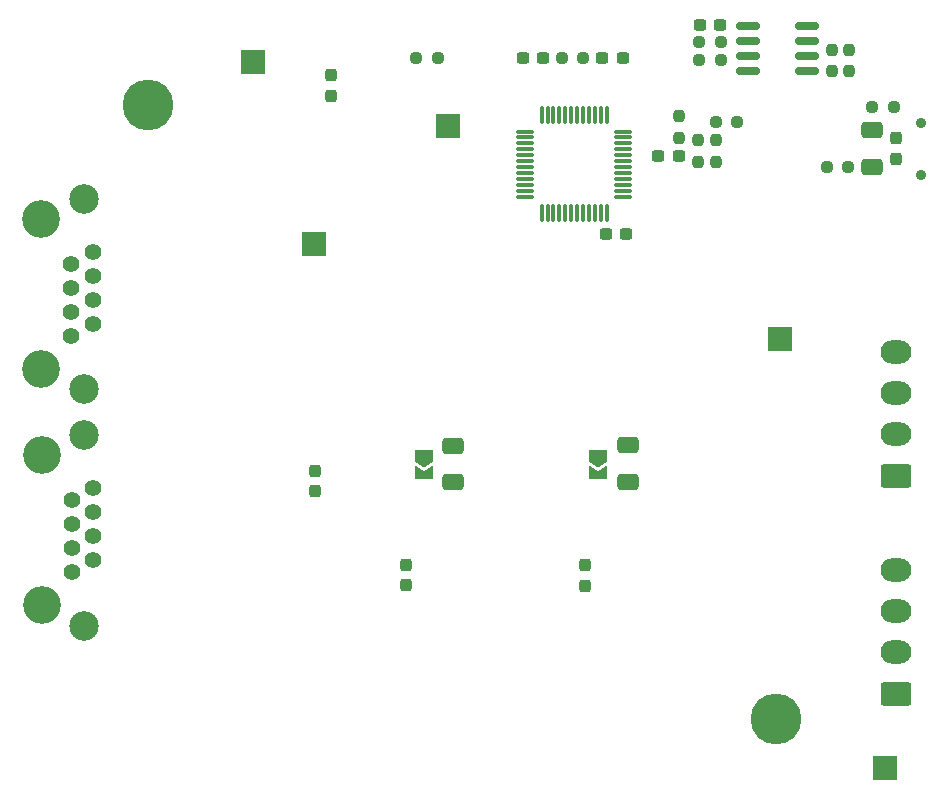
<source format=gbr>
%TF.GenerationSoftware,KiCad,Pcbnew,(6.0.4)*%
%TF.CreationDate,2023-06-02T13:45:05+02:00*%
%TF.ProjectId,Modbus-RJ45-Breakout,4d6f6462-7573-42d5-924a-34352d427265,0.0.2*%
%TF.SameCoordinates,Original*%
%TF.FileFunction,Soldermask,Bot*%
%TF.FilePolarity,Negative*%
%FSLAX46Y46*%
G04 Gerber Fmt 4.6, Leading zero omitted, Abs format (unit mm)*
G04 Created by KiCad (PCBNEW (6.0.4)) date 2023-06-02 13:45:05*
%MOMM*%
%LPD*%
G01*
G04 APERTURE LIST*
G04 Aperture macros list*
%AMRoundRect*
0 Rectangle with rounded corners*
0 $1 Rounding radius*
0 $2 $3 $4 $5 $6 $7 $8 $9 X,Y pos of 4 corners*
0 Add a 4 corners polygon primitive as box body*
4,1,4,$2,$3,$4,$5,$6,$7,$8,$9,$2,$3,0*
0 Add four circle primitives for the rounded corners*
1,1,$1+$1,$2,$3*
1,1,$1+$1,$4,$5*
1,1,$1+$1,$6,$7*
1,1,$1+$1,$8,$9*
0 Add four rect primitives between the rounded corners*
20,1,$1+$1,$2,$3,$4,$5,0*
20,1,$1+$1,$4,$5,$6,$7,0*
20,1,$1+$1,$6,$7,$8,$9,0*
20,1,$1+$1,$8,$9,$2,$3,0*%
%AMFreePoly0*
4,1,6,1.000000,0.000000,0.500000,-0.750000,-0.500000,-0.750000,-0.500000,0.750000,0.500000,0.750000,1.000000,0.000000,1.000000,0.000000,$1*%
%AMFreePoly1*
4,1,6,0.500000,-0.750000,-0.650000,-0.750000,-0.150000,0.000000,-0.650000,0.750000,0.500000,0.750000,0.500000,-0.750000,0.500000,-0.750000,$1*%
G04 Aperture macros list end*
%ADD10RoundRect,0.250000X1.050000X-0.750000X1.050000X0.750000X-1.050000X0.750000X-1.050000X-0.750000X0*%
%ADD11O,2.600000X2.000000*%
%ADD12C,4.300000*%
%ADD13R,2.000000X2.000000*%
%ADD14C,3.200000*%
%ADD15C,1.400000*%
%ADD16C,2.500000*%
%ADD17C,0.900000*%
%ADD18FreePoly0,270.000000*%
%ADD19FreePoly1,270.000000*%
%ADD20RoundRect,0.237500X0.300000X0.237500X-0.300000X0.237500X-0.300000X-0.237500X0.300000X-0.237500X0*%
%ADD21RoundRect,0.237500X0.250000X0.237500X-0.250000X0.237500X-0.250000X-0.237500X0.250000X-0.237500X0*%
%ADD22RoundRect,0.237500X0.237500X-0.300000X0.237500X0.300000X-0.237500X0.300000X-0.237500X-0.300000X0*%
%ADD23RoundRect,0.237500X-0.300000X-0.237500X0.300000X-0.237500X0.300000X0.237500X-0.300000X0.237500X0*%
%ADD24RoundRect,0.150000X0.825000X0.150000X-0.825000X0.150000X-0.825000X-0.150000X0.825000X-0.150000X0*%
%ADD25RoundRect,0.237500X-0.237500X0.250000X-0.237500X-0.250000X0.237500X-0.250000X0.237500X0.250000X0*%
%ADD26RoundRect,0.237500X-0.250000X-0.237500X0.250000X-0.237500X0.250000X0.237500X-0.250000X0.237500X0*%
%ADD27RoundRect,0.250000X0.650000X-0.412500X0.650000X0.412500X-0.650000X0.412500X-0.650000X-0.412500X0*%
%ADD28RoundRect,0.237500X0.237500X-0.250000X0.237500X0.250000X-0.237500X0.250000X-0.237500X-0.250000X0*%
%ADD29RoundRect,0.237500X-0.237500X0.300000X-0.237500X-0.300000X0.237500X-0.300000X0.237500X0.300000X0*%
%ADD30RoundRect,0.075000X0.662500X0.075000X-0.662500X0.075000X-0.662500X-0.075000X0.662500X-0.075000X0*%
%ADD31RoundRect,0.075000X0.075000X0.662500X-0.075000X0.662500X-0.075000X-0.662500X0.075000X-0.662500X0*%
G04 APERTURE END LIST*
D10*
%TO.C,J3*%
X130150000Y-89400000D03*
D11*
X130150000Y-85900000D03*
X130150000Y-82400000D03*
X130150000Y-78900000D03*
%TD*%
D12*
%TO.C,H1*%
X66800000Y-58000000D03*
%TD*%
D13*
%TO.C,TP1*%
X92250000Y-59750000D03*
%TD*%
%TO.C,TP28*%
X75750000Y-54350000D03*
%TD*%
%TO.C,TP34*%
X129200000Y-114150000D03*
%TD*%
%TO.C,TP35*%
X120300000Y-77850000D03*
%TD*%
D14*
%TO.C,J1*%
X57800000Y-67650000D03*
X57800000Y-80350000D03*
D15*
X60340000Y-77570000D03*
X62120000Y-76550000D03*
X60340000Y-75530000D03*
X62120000Y-74510000D03*
X60340000Y-73490000D03*
X62120000Y-72470000D03*
X60340000Y-71450000D03*
X62120000Y-70430000D03*
D16*
X61360000Y-65925000D03*
X61360000Y-82075000D03*
%TD*%
D17*
%TO.C,J5*%
X132225000Y-59550000D03*
X132225000Y-63950000D03*
%TD*%
D14*
%TO.C,J2*%
X57815000Y-100350000D03*
X57815000Y-87650000D03*
D15*
X60355000Y-97570000D03*
X62135000Y-96550000D03*
X60355000Y-95530000D03*
X62135000Y-94510000D03*
X60355000Y-93490000D03*
X62135000Y-92470000D03*
X60355000Y-91450000D03*
X62135000Y-90430000D03*
D16*
X61375000Y-102075000D03*
X61375000Y-85925000D03*
%TD*%
D10*
%TO.C,J4*%
X130150000Y-107850000D03*
D11*
X130150000Y-104350000D03*
X130150000Y-100850000D03*
X130150000Y-97350000D03*
%TD*%
D13*
%TO.C,TP6*%
X80850000Y-69800000D03*
%TD*%
D12*
%TO.C,H2*%
X120000000Y-110000000D03*
%TD*%
D18*
%TO.C,JP5*%
X90150000Y-87700000D03*
D19*
X90150000Y-89150000D03*
%TD*%
D20*
%TO.C,C35*%
X115262500Y-51200000D03*
X113537500Y-51200000D03*
%TD*%
D21*
%TO.C,R10*%
X116712500Y-59450000D03*
X114887500Y-59450000D03*
%TD*%
D22*
%TO.C,C11*%
X80950000Y-90712500D03*
X80950000Y-88987500D03*
%TD*%
D21*
%TO.C,R12*%
X103662500Y-54050000D03*
X101837500Y-54050000D03*
%TD*%
D22*
%TO.C,C9*%
X82350000Y-57212500D03*
X82350000Y-55487500D03*
%TD*%
D23*
%TO.C,C5*%
X105287500Y-54050000D03*
X107012500Y-54050000D03*
%TD*%
D24*
%TO.C,U5*%
X122575000Y-51295000D03*
X122575000Y-52565000D03*
X122575000Y-53835000D03*
X122575000Y-55105000D03*
X117625000Y-55105000D03*
X117625000Y-53835000D03*
X117625000Y-52565000D03*
X117625000Y-51295000D03*
%TD*%
D21*
%TO.C,R13*%
X91362500Y-54050000D03*
X89537500Y-54050000D03*
%TD*%
D25*
%TO.C,R27*%
X126200000Y-53337500D03*
X126200000Y-55162500D03*
%TD*%
D26*
%TO.C,R34*%
X113487500Y-54200000D03*
X115312500Y-54200000D03*
%TD*%
D18*
%TO.C,JP8*%
X104950000Y-87700000D03*
D19*
X104950000Y-89150000D03*
%TD*%
D22*
%TO.C,C3*%
X130150000Y-62562500D03*
X130150000Y-60837500D03*
%TD*%
D27*
%TO.C,C34*%
X107450000Y-89950000D03*
X107450000Y-86825000D03*
%TD*%
%TO.C,C2*%
X128150000Y-63262500D03*
X128150000Y-60137500D03*
%TD*%
D20*
%TO.C,C4*%
X100262500Y-54050000D03*
X98537500Y-54050000D03*
%TD*%
D23*
%TO.C,C7*%
X110037500Y-62300000D03*
X111762500Y-62300000D03*
%TD*%
D28*
%TO.C,R8*%
X114900000Y-62812500D03*
X114900000Y-60987500D03*
%TD*%
D27*
%TO.C,C33*%
X92650000Y-89962500D03*
X92650000Y-86837500D03*
%TD*%
D21*
%TO.C,R32*%
X129962500Y-58150000D03*
X128137500Y-58150000D03*
%TD*%
D28*
%TO.C,R9*%
X111750000Y-60762500D03*
X111750000Y-58937500D03*
%TD*%
D29*
%TO.C,C22*%
X103850000Y-96987500D03*
X103850000Y-98712500D03*
%TD*%
D23*
%TO.C,C36*%
X105587500Y-68900000D03*
X107312500Y-68900000D03*
%TD*%
D28*
%TO.C,R7*%
X113350000Y-62812500D03*
X113350000Y-60987500D03*
%TD*%
%TO.C,R26*%
X124700000Y-55162500D03*
X124700000Y-53337500D03*
%TD*%
D21*
%TO.C,L2*%
X126112500Y-63250000D03*
X124287500Y-63250000D03*
%TD*%
D30*
%TO.C,U1*%
X107062500Y-60250000D03*
X107062500Y-60750000D03*
X107062500Y-61250000D03*
X107062500Y-61750000D03*
X107062500Y-62250000D03*
X107062500Y-62750000D03*
X107062500Y-63250000D03*
X107062500Y-63750000D03*
X107062500Y-64250000D03*
X107062500Y-64750000D03*
X107062500Y-65250000D03*
X107062500Y-65750000D03*
D31*
X105650000Y-67162500D03*
X105150000Y-67162500D03*
X104650000Y-67162500D03*
X104150000Y-67162500D03*
X103650000Y-67162500D03*
X103150000Y-67162500D03*
X102650000Y-67162500D03*
X102150000Y-67162500D03*
X101650000Y-67162500D03*
X101150000Y-67162500D03*
X100650000Y-67162500D03*
X100150000Y-67162500D03*
D30*
X98737500Y-65750000D03*
X98737500Y-65250000D03*
X98737500Y-64750000D03*
X98737500Y-64250000D03*
X98737500Y-63750000D03*
X98737500Y-63250000D03*
X98737500Y-62750000D03*
X98737500Y-62250000D03*
X98737500Y-61750000D03*
X98737500Y-61250000D03*
X98737500Y-60750000D03*
X98737500Y-60250000D03*
D31*
X100150000Y-58837500D03*
X100650000Y-58837500D03*
X101150000Y-58837500D03*
X101650000Y-58837500D03*
X102150000Y-58837500D03*
X102650000Y-58837500D03*
X103150000Y-58837500D03*
X103650000Y-58837500D03*
X104150000Y-58837500D03*
X104650000Y-58837500D03*
X105150000Y-58837500D03*
X105650000Y-58837500D03*
%TD*%
D26*
%TO.C,R33*%
X113487500Y-52700000D03*
X115312500Y-52700000D03*
%TD*%
D29*
%TO.C,C12*%
X88700000Y-96937500D03*
X88700000Y-98662500D03*
%TD*%
M02*

</source>
